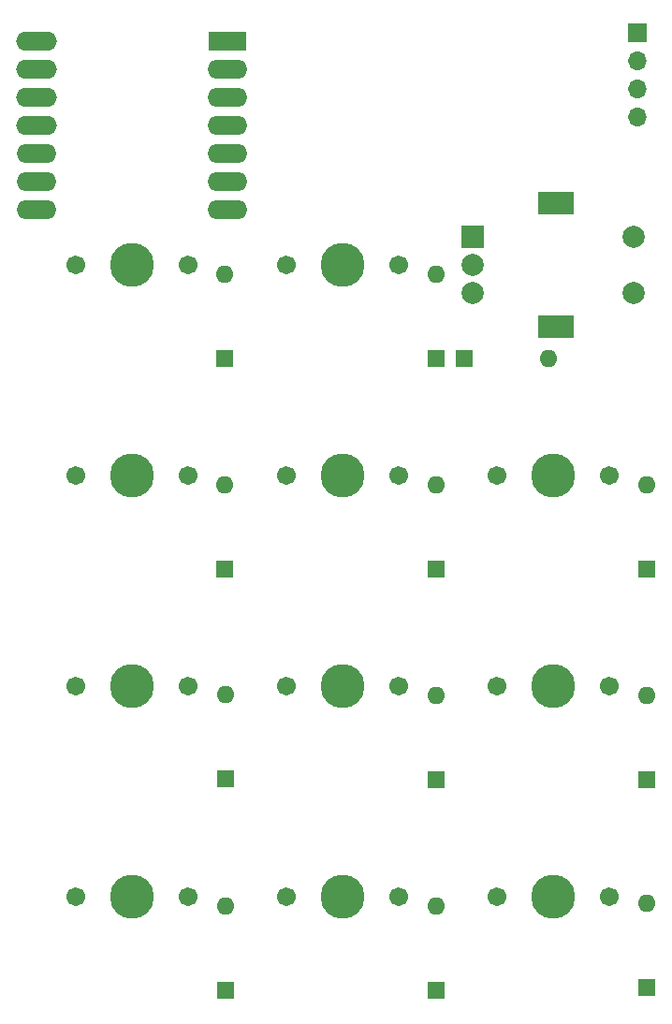
<source format=gbr>
%TF.GenerationSoftware,KiCad,Pcbnew,8.0.6*%
%TF.CreationDate,2024-10-21T23:06:16+01:00*%
%TF.ProjectId,vrishpad,76726973-6870-4616-942e-6b696361645f,rev?*%
%TF.SameCoordinates,Original*%
%TF.FileFunction,Soldermask,Top*%
%TF.FilePolarity,Negative*%
%FSLAX46Y46*%
G04 Gerber Fmt 4.6, Leading zero omitted, Abs format (unit mm)*
G04 Created by KiCad (PCBNEW 8.0.6) date 2024-10-21 23:06:16*
%MOMM*%
%LPD*%
G01*
G04 APERTURE LIST*
%ADD10C,1.701800*%
%ADD11C,3.987800*%
%ADD12R,1.600000X1.600000*%
%ADD13O,1.600000X1.600000*%
%ADD14R,1.700000X1.700000*%
%ADD15O,1.700000X1.700000*%
%ADD16C,2.000000*%
%ADD17R,3.200000X2.000000*%
%ADD18R,2.000000X2.000000*%
%ADD19O,3.700000X1.700000*%
%ADD20O,3.600000X1.700000*%
%ADD21R,3.500000X1.700000*%
G04 APERTURE END LIST*
D10*
%TO.C,SW7*%
X80645000Y-66675000D03*
D11*
X85725000Y-66675000D03*
D10*
X90805000Y-66675000D03*
%TD*%
D12*
%TO.C,D2*%
X56007000Y-75184000D03*
D13*
X56007000Y-67564000D03*
%TD*%
D12*
%TO.C,D10*%
X75184000Y-94234000D03*
D13*
X75184000Y-86614000D03*
%TD*%
D12*
%TO.C,D9*%
X56134000Y-94107000D03*
D13*
X56134000Y-86487000D03*
%TD*%
D10*
%TO.C,SW12*%
X61595000Y-104775000D03*
D11*
X66675000Y-104775000D03*
D10*
X71755000Y-104775000D03*
%TD*%
%TO.C,SW3*%
X42545000Y-47625000D03*
D11*
X47625000Y-47625000D03*
D10*
X52705000Y-47625000D03*
%TD*%
D14*
%TO.C,U2*%
X93345000Y-26670000D03*
D15*
X93345000Y-29210000D03*
X93345000Y-31750000D03*
X93345000Y-34290000D03*
%TD*%
D10*
%TO.C,SW9*%
X42545000Y-85725000D03*
D11*
X47625000Y-85725000D03*
D10*
X52705000Y-85725000D03*
%TD*%
D12*
%TO.C,D15*%
X94234000Y-113030000D03*
D13*
X94234000Y-105410000D03*
%TD*%
D10*
%TO.C,SW5*%
X61595000Y-47625000D03*
D11*
X66675000Y-47625000D03*
D10*
X71755000Y-47625000D03*
%TD*%
%TO.C,SW6*%
X61595000Y-66675000D03*
D11*
X66675000Y-66675000D03*
D10*
X71755000Y-66675000D03*
%TD*%
D12*
%TO.C,D1*%
X56007000Y-56134000D03*
D13*
X56007000Y-48514000D03*
%TD*%
D10*
%TO.C,SW4*%
X42545000Y-66675000D03*
D11*
X47625000Y-66675000D03*
D10*
X52705000Y-66675000D03*
%TD*%
D12*
%TO.C,D3*%
X75184000Y-56134000D03*
D13*
X75184000Y-48514000D03*
%TD*%
D12*
%TO.C,D4*%
X75184000Y-75184000D03*
D13*
X75184000Y-67564000D03*
%TD*%
D10*
%TO.C,SW11*%
X42545000Y-104775000D03*
D11*
X47625000Y-104775000D03*
D10*
X52705000Y-104775000D03*
%TD*%
D12*
%TO.C,D5*%
X77724000Y-56134000D03*
D13*
X85344000Y-56134000D03*
%TD*%
D12*
%TO.C,D13*%
X94234000Y-94234000D03*
D13*
X94234000Y-86614000D03*
%TD*%
D12*
%TO.C,D11*%
X56134000Y-113284000D03*
D13*
X56134000Y-105664000D03*
%TD*%
D12*
%TO.C,D7*%
X94234000Y-75184000D03*
D13*
X94234000Y-67564000D03*
%TD*%
D12*
%TO.C,D12*%
X75184000Y-113284000D03*
D13*
X75184000Y-105664000D03*
%TD*%
D10*
%TO.C,SW15*%
X80645000Y-104775000D03*
D11*
X85725000Y-104775000D03*
D10*
X90805000Y-104775000D03*
%TD*%
%TO.C,SW13*%
X80645000Y-85725000D03*
D11*
X85725000Y-85725000D03*
D10*
X90805000Y-85725000D03*
%TD*%
%TO.C,SW10*%
X61595000Y-85725000D03*
D11*
X66675000Y-85725000D03*
D10*
X71755000Y-85725000D03*
%TD*%
D16*
%TO.C,SW17*%
X92975000Y-45125000D03*
X92975000Y-50125000D03*
D17*
X85975000Y-53225000D03*
X85975000Y-42025000D03*
D16*
X78475000Y-47625000D03*
X78475000Y-50125000D03*
D18*
X78475000Y-45125000D03*
%TD*%
D19*
%TO.C,U1*%
X38991500Y-27432000D03*
X38991500Y-29972000D03*
X38991500Y-32512000D03*
X38991500Y-35052000D03*
D20*
X38991500Y-37592000D03*
X38991500Y-40132000D03*
X38991500Y-42672000D03*
X56241500Y-42672000D03*
X56241500Y-40132000D03*
X56241500Y-37592000D03*
X56241500Y-35052000D03*
X56241500Y-32512000D03*
X56241500Y-29972000D03*
D21*
X56241500Y-27432000D03*
%TD*%
M02*

</source>
